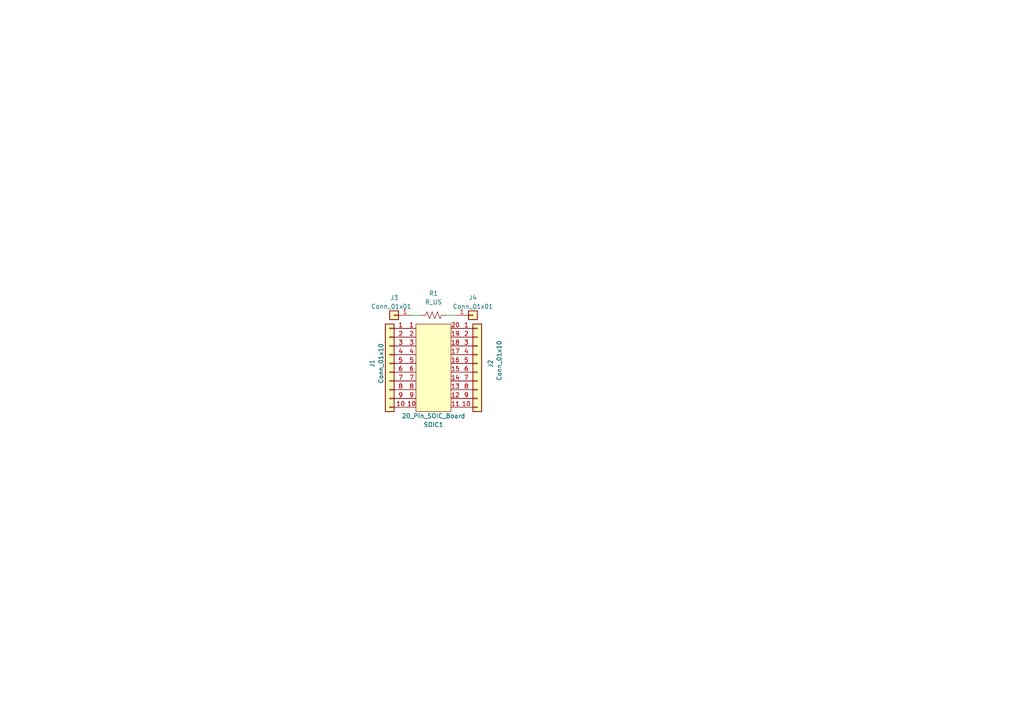
<source format=kicad_sch>
(kicad_sch (version 20211123) (generator eeschema)
  (paper "A4")
  (title_block (title "20 Pin Testing Board") (date "2023-04-12") (rev "0"))
  (lib_symbols
    (symbol "8_Pin_SOIC_Board:20_Pin_SOIC_Board"
      (property "Reference" "SOIC" (at 0 11.43 0))
      (property "Value" "20_Pin_SOIC_Board" (at 0 -16.51 0))
      (symbol "20_Pin_SOIC_Board_0_1"
        (rectangle (start -5.08 10.16) (end 5.08 -15.24) (fill (type background)))
      )
      (symbol "20_Pin_SOIC_Board_1_1"
        (pin unspecified line (at -7.62 8.89 0) (length 2.54) (name "") (number "1"))
        (pin unspecified line (at -7.62 -13.97 0) (length 2.54) (name "") (number "10"))
        (pin unspecified line (at 7.62 -13.97 180) (length 2.54) (name "") (number "11"))
        (pin unspecified line (at 7.62 -11.43 180) (length 2.54) (name "") (number "12"))
        (pin unspecified line (at 7.62 -8.89 180) (length 2.54) (name "") (number "13"))
        (pin unspecified line (at 7.62 -6.35 180) (length 2.54) (name "") (number "14"))
        (pin unspecified line (at 7.62 -3.81 180) (length 2.54) (name "") (number "15"))
        (pin unspecified line (at 7.62 -1.27 180) (length 2.54) (name "") (number "16"))
        (pin unspecified line (at 7.62 1.27 180) (length 2.54) (name "") (number "17"))
        (pin unspecified line (at 7.62 3.81 180) (length 2.54) (name "") (number "18"))
        (pin unspecified line (at 7.62 6.35 180) (length 2.54) (name "") (number "19"))
        (pin unspecified line (at -7.62 6.35 0) (length 2.54) (name "") (number "2"))
        (pin unspecified line (at 7.62 8.89 180) (length 2.54) (name "") (number "20"))
        (pin unspecified line (at -7.62 3.81 0) (length 2.54) (name "") (number "3"))
        (pin unspecified line (at -7.62 1.27 0) (length 2.54) (name "") (number "4"))
        (pin unspecified line (at -7.62 -1.27 0) (length 2.54) (name "") (number "5"))
        (pin unspecified line (at -7.62 -3.81 0) (length 2.54) (name "") (number "6"))
        (pin unspecified line (at -7.62 -6.35 0) (length 2.54) (name "") (number "7"))
        (pin unspecified line (at -7.62 -8.89 0) (length 2.54) (name "") (number "8"))
        (pin unspecified line (at -7.62 -11.43 0) (length 2.54) (name "") (number "9"))
      )
    )
    (symbol "Connector_Generic:Conn_01x01" (pin_names (offset 1.016) hide)
      (property "Reference" "J" (at 0 2.54 0))
      (property "Value" "Conn_01x01" (at 0 -2.54 0))
      (symbol "Conn_01x01_1_1"
        (rectangle (start -1.27 0.127) (end 0 -0.127) (stroke (width 0.1524)))
        (rectangle (start -1.27 1.27) (end 1.27 -1.27) (stroke (width 0.254)) (fill (type background)))
        (pin passive line (at -5.08 0 0) (length 3.81) (name "Pin_1") (number "1"))
      )
    )
    (symbol "Connector_Generic:Conn_01x10" (pin_names (offset 1.016) hide)
      (property "Reference" "J" (at 0 12.7 0))
      (property "Value" "Conn_01x10" (at 0 -15.24 0))
      (symbol "Conn_01x10_1_1"
        (rectangle (start -1.27 -12.573) (end 0 -12.827) (stroke (width 0.1524)))
        (rectangle (start -1.27 -10.033) (end 0 -10.287) (stroke (width 0.1524)))
        (rectangle (start -1.27 -7.493) (end 0 -7.747) (stroke (width 0.1524)))
        (rectangle (start -1.27 -4.953) (end 0 -5.207) (stroke (width 0.1524)))
        (rectangle (start -1.27 -2.413) (end 0 -2.667) (stroke (width 0.1524)))
        (rectangle (start -1.27 0.127) (end 0 -0.127) (stroke (width 0.1524)))
        (rectangle (start -1.27 2.667) (end 0 2.413) (stroke (width 0.1524)))
        (rectangle (start -1.27 5.207) (end 0 4.953) (stroke (width 0.1524)))
        (rectangle (start -1.27 7.747) (end 0 7.493) (stroke (width 0.1524)))
        (rectangle (start -1.27 10.287) (end 0 10.033) (stroke (width 0.1524)))
        (rectangle (start -1.27 11.43) (end 1.27 -13.97) (stroke (width 0.254)) (fill (type background)))
        (pin passive line (at -5.08 10.16 0) (length 3.81) (name "Pin_1") (number "1"))
        (pin passive line (at -5.08 -12.7 0) (length 3.81) (name "Pin_10") (number "10"))
        (pin passive line (at -5.08 7.62 0) (length 3.81) (name "Pin_2") (number "2"))
        (pin passive line (at -5.08 5.08 0) (length 3.81) (name "Pin_3") (number "3"))
        (pin passive line (at -5.08 2.54 0) (length 3.81) (name "Pin_4") (number "4"))
        (pin passive line (at -5.08 0 0) (length 3.81) (name "Pin_5") (number "5"))
        (pin passive line (at -5.08 -2.54 0) (length 3.81) (name "Pin_6") (number "6"))
        (pin passive line (at -5.08 -5.08 0) (length 3.81) (name "Pin_7") (number "7"))
        (pin passive line (at -5.08 -7.62 0) (length 3.81) (name "Pin_8") (number "8"))
        (pin passive line (at -5.08 -10.16 0) (length 3.81) (name "Pin_9") (number "9"))
      )
    )
    (symbol "Device:R_US" (pin_numbers hide) (pin_names (offset 0))
      (property "Reference" "R" (at 2.54 0 90))
      (property "Value" "R_US" (at -2.54 0 90))
      (symbol "R_US_0_1"
        (polyline (pts (xy 0 -2.286) (xy 0 -2.54)))
        (polyline (pts (xy 0 2.286) (xy 0 2.54)))
        (polyline (pts (xy 0 -0.762) (xy 1.016 -1.143) (xy 0 -1.524) (xy -1.016 -1.905) (xy 0 -2.286)))
        (polyline (pts (xy 0 0.762) (xy 1.016 0.381) (xy 0 0) (xy -1.016 -0.381) (xy 0 -0.762)))
        (polyline (pts (xy 0 2.286) (xy 1.016 1.905) (xy 0 1.524) (xy -1.016 1.143) (xy 0 0.762)))
      )
      (symbol "R_US_1_1"
        (pin passive line (at 0 3.81 270) (length 1.27) (name "~") (number "1"))
        (pin passive line (at 0 -3.81 90) (length 1.27) (name "~") (number "2"))
      )
    )
  )
  (wire (pts (xy 119.38 91.44) (xy 121.92 91.44)))
  (wire (pts (xy 129.54 91.44) (xy 132.08 91.44)))
  (symbol (lib_id "Connector_Generic:Conn_01x01") (at 137.16 91.44 0) (unit 1)
    (property "Reference" "J4" (at 137.16 86.36 0))
    (property "Value" "Conn_01x01" (at 137.16 88.9 0))
    (property "Footprint" "Connector_PinSocket_2.54mm:PinSocket_1x01_P2.54mm_Vertical" (effects hide))
  )
  (symbol (lib_id "8_Pin_SOIC_Board:20_Pin_SOIC_Board") (at 125.73 104.14 0) (unit 1)
    (property "Reference" "SOIC1" (at 125.73 123.19 0))
    (property "Value" "20_Pin_SOIC_Board" (at 125.73 120.65 0))
    (property "Footprint" "SOIC_Footprints:20_Pin_SOIC_Board" (effects hide))
  )
  (symbol (lib_id "Connector_Generic:Conn_01x10") (at 138.43 105.41 0) (unit 1)
    (property "Reference" "J2" (at 142.24 106.68 90) (effects (justify left)))
    (property "Value" "Conn_01x10" (at 144.78 110.49 90) (effects (justify left)))
    (property "Footprint" "Connector_PinSocket_2.54mm:PinSocket_1x10_P2.54mm_Vertical" (effects hide))
  )
  (symbol (lib_id "Connector_Generic:Conn_01x10") (at 113.03 105.41 0) (mirror y) (unit 1)
    (property "Reference" "J1" (at 107.95 105.41 90))
    (property "Value" "Conn_01x10" (at 110.49 105.41 90))
    (property "Footprint" "Connector_PinSocket_2.54mm:PinSocket_1x10_P2.54mm_Vertical" (effects hide))
  )
  (symbol (lib_id "Connector_Generic:Conn_01x01") (at 114.3 91.44 0) (mirror y) (unit 1)
    (property "Reference" "J3" (at 115.57 86.36 0) (effects (justify left)))
    (property "Value" "Conn_01x01" (at 119.38 88.9 0) (effects (justify left)))
    (property "Footprint" "Connector_PinSocket_2.54mm:PinSocket_1x01_P2.54mm_Vertical" (effects hide))
  )
  (symbol (lib_id "Device:R_US") (at 125.73 91.44 270) (unit 1)
    (property "Reference" "R1" (at 125.73 85.09 90))
    (property "Value" "R_US" (at 125.73 87.63 90))
    (property "Footprint" "Resistor_SMD:R_0805_2012Metric" (effects hide))
  )
)
</source>
